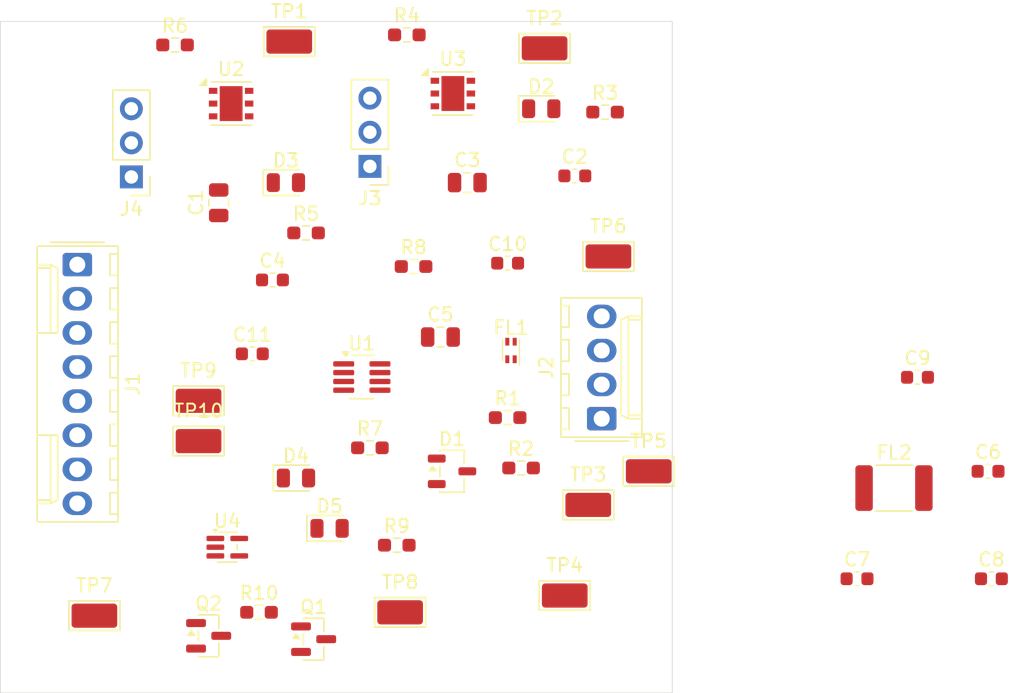
<source format=kicad_pcb>
(kicad_pcb (version 20241229) (generator "pcbnew") (generator_version "9.0")
  (layers (0 "F.Cu" signal) (2 "B.Cu" signal) (13 "F.Paste" user) (15 "B.Paste" user) (5 "F.SilkS" user "F.Silkscreen") (7 "B.SilkS" user "B.Silkscreen") (1 "F.Mask" user) (3 "B.Mask" user) (25 "Edge.Cuts" user))
  (net 0 "")
  (net 1 "GND")
  (net 2 "Net-(C1-Pad1)")
  (net 3 "+3.3V")
  (net 4 "VCC")
  (net 5 "+5V")
  (net 6 "Net-(U1-CANL)")
  (net 7 "Net-(U1-CANH)")
  (net 8 "/CAN-")
  (net 9 "/CAN+")
  (net 10 "Net-(D2-K)")
  (net 11 "Net-(D3-K)")
  (net 12 "Net-(D4-K)")
  (net 13 "Net-(D5-K)")
  (net 14 "/V-")
  (net 15 "/V+")
  (net 16 "/SILENT")
  (net 17 "Net-(J1-Pin_6)")
  (net 18 "/FAULT")
  (net 19 "Net-(J1-Pin_5)")
  (net 20 "Net-(J3-Pin_2)")
  (net 21 "Net-(J4-Pin_2)")
  (net 22 "Net-(Q1-D)")
  (net 23 "Net-(Q2-G)")
  (net 24 "Net-(Q2-D)")
  (net 25 "Net-(U3-EN)")
  (net 26 "Net-(U2-EN)")
  (footprint "LED_SMD:LED_0805_2012Metric" (layer "F.Cu") (at 146.5 86.75)
    (property "Reference" "D3" (at 0 -1.65 0) (layer "F.SilkS"))
    (property "Value" "LED")
    (fp_line (start -1.685 -0.96) (end -1.685 0.96) (stroke (width 0.12)) (layer "F.SilkS"))
    (fp_line (start -1.685 0.96) (end 1 0.96) (stroke (width 0.12)) (layer "F.SilkS"))
    (fp_line (start 1 -0.96) (end -1.685 -0.96) (stroke (width 0.12)) (layer "F.SilkS"))
    (pad "1" smd roundrect (at -0.9375 0) (size 0.975 1.4) (layers "F.Cu" "F.Mask" "F.Paste") (net 11 "Net-(D3-K)"))
    (pad "2" smd roundrect (at 0.9375 0) (size 0.975 1.4) (layers "F.Cu" "F.Mask" "F.Paste") (net 5 "+5V"))
  )
  (footprint "Capacitor_SMD:C_0603_1608Metric" (layer "F.Cu") (at 189 116.25)
    (property "Reference" "C7" (at 0 -1.43 0) (layer "F.SilkS"))
    (property "Value" "100pF")
    (fp_line (start -0.14058 -0.51) (end 0.14058 -0.51) (stroke (width 0.12)) (layer "F.SilkS"))
    (fp_line (start -0.14058 0.51) (end 0.14058 0.51) (stroke (width 0.12)) (layer "F.SilkS"))
    (pad "1" smd roundrect (at -0.775 0) (size 0.9 0.95) (layers "F.Cu" "F.Mask" "F.Paste") (net 1 "GND"))
    (pad "2" smd roundrect (at 0.775 0) (size 0.9 0.95) (layers "F.Cu" "F.Mask" "F.Paste") (net 7 "Net-(U1-CANH)"))
  )
  (footprint "Capacitor_SMD:C_0603_1608Metric" (layer "F.Cu") (at 198.75 108.25)
    (property "Reference" "C6" (at 0 -1.43 0) (layer "F.SilkS"))
    (property "Value" "100pF")
    (fp_line (start -0.14058 -0.51) (end 0.14058 -0.51) (stroke (width 0.12)) (layer "F.SilkS"))
    (fp_line (start -0.14058 0.51) (end 0.14058 0.51) (stroke (width 0.12)) (layer "F.SilkS"))
    (pad "1" smd roundrect (at -0.775 0) (size 0.9 0.95) (layers "F.Cu" "F.Mask" "F.Paste") (net 6 "Net-(U1-CANL)"))
    (pad "2" smd roundrect (at 0.775 0) (size 0.9 0.95) (layers "F.Cu" "F.Mask" "F.Paste") (net 1 "GND"))
  )
  (footprint "Capacitor_SMD:C_0805_2012Metric" (layer "F.Cu") (at 160 86.75)
    (property "Reference" "C3" (at 0 -1.68 0) (layer "F.SilkS"))
    (property "Value" "4.7uF 50V")
    (fp_line (start -0.261252 -0.735) (end 0.261252 -0.735) (stroke (width 0.12)) (layer "F.SilkS"))
    (fp_line (start -0.261252 0.735) (end 0.261252 0.735) (stroke (width 0.12)) (layer "F.SilkS"))
    (pad "1" smd roundrect (at -0.95 0) (size 1 1.45) (layers "F.Cu" "F.Mask" "F.Paste") (net 4 "VCC"))
    (pad "2" smd roundrect (at 0.95 0) (size 1 1.45) (layers "F.Cu" "F.Mask" "F.Paste") (net 1 "GND"))
  )
  (footprint "TestPoint:TestPoint_Keystone_5015_Micro_Mini" (layer "F.Cu") (at 169 110.75)
    (property "Reference" "TP3" (at 0 -2.25 0) (layer "F.SilkS"))
    (property "Value" "TestPoint_Alt")
    (fp_rect (start -1.9 -1.1) (end 1.9 1.1) (stroke (width 0.12)) (fill no) (layer "F.SilkS"))
    (pad "1" smd roundrect (at 0 0) (size 3.4 1.8) (layers "F.Cu" "F.Mask" "F.Paste") (roundrect_rratio 0.1388888889) (net 9 "/CAN+"))
  )
  (footprint "Capacitor_SMD:C_0603_1608Metric" (layer "F.Cu") (at 163 92.75)
    (property "Reference" "C10" (at 0 -1.43 0) (layer "F.SilkS"))
    (property "Value" "100nF")
    (fp_line (start -0.14058 -0.51) (end 0.14058 -0.51) (stroke (width 0.12)) (layer "F.SilkS"))
    (fp_line (start -0.14058 0.51) (end 0.14058 0.51) (stroke (width 0.12)) (layer "F.SilkS"))
    (pad "1" smd roundrect (at -0.775 0) (size 0.9 0.95) (layers "F.Cu" "F.Mask" "F.Paste") (net 3 "+3.3V"))
    (pad "2" smd roundrect (at 0.775 0) (size 0.9 0.95) (layers "F.Cu" "F.Mask" "F.Paste") (net 1 "GND"))
  )
  (footprint "Resistor_SMD:R_0603_1608Metric_Pad0.98x0.95mm_HandSolder" (layer "F.Cu") (at 148 90.5)
    (property "Reference" "R5" (at 0 -1.43 0) (layer "F.SilkS"))
    (property "Value" "R")
    (fp_line (start -0.254724 -0.5225) (end 0.254724 -0.5225) (stroke (width 0.12)) (layer "F.SilkS"))
    (fp_line (start -0.254724 0.5225) (end 0.254724 0.5225) (stroke (width 0.12)) (layer "F.SilkS"))
    (pad "1" smd roundrect (at -0.9125 0) (size 0.975 0.95) (layers "F.Cu" "F.Mask" "F.Paste") (net 11 "Net-(D3-K)"))
    (pad "2" smd roundrect (at 0.9125 0) (size 0.975 0.95) (layers "F.Cu" "F.Mask" "F.Paste") (net 1 "GND"))
  )
  (footprint "Package_TO_SOT_SMD:SOT-23-3" (layer "F.Cu") (at 158.8625 108.25)
    (property "Reference" "D1" (at 0 -2.4 0) (layer "F.SilkS"))
    (property "Value" "ESDA5V3L")
    (fp_line (start -0.91 -1.56) (end 0.91 -1.56) (stroke (width 0.12)) (layer "F.SilkS"))
    (fp_line (start -0.91 -1.51) (end -0.91 -1.56) (stroke (width 0.12)) (layer "F.SilkS"))
    (fp_line (start -0.91 0.39) (end -0.91 -0.39) (stroke (width 0.12)) (layer "F.SilkS"))
    (fp_line (start -0.91 1.56) (end -0.91 1.51) (stroke (width 0.12)) (layer "F.SilkS"))
    (fp_line (start 0.91 -1.56) (end 0.91 -0.56) (stroke (width 0.12)) (layer "F.SilkS"))
    (fp_line (start 0.91 0.56) (end 0.91 1.56) (stroke (width 0.12)) (layer "F.SilkS"))
    (fp_line (start 0.91 1.56) (end -0.91 1.56) (stroke (width 0.12)) (layer "F.SilkS"))
    (fp_poly (pts (xy -1.45 -0.38) (xy -1.21 -0.05) (xy -1.69 -0.05)) (stroke (width 0.12)) (fill yes) (layer "F.SilkS"))
    (pad "1" smd roundrect (at -1.1375 -0.95) (size 1.325 0.6) (layers "F.Cu" "F.Mask" "F.Paste") (net 9 "/CAN+"))
    (pad "2" smd roundrect (at -1.1375 0.95) (size 1.325 0.6) (layers "F.Cu" "F.Mask" "F.Paste") (net 8 "/CAN-"))
    (pad "3" smd roundrect (at 1.1375 0) (size 1.325 0.6) (layers "F.Cu" "F.Mask" "F.Paste") (net 1 "GND"))
  )
  (footprint "TestPoint:TestPoint_Keystone_5015_Micro_Mini" (layer "F.Cu") (at 165.75 76.75)
    (property "Reference" "TP2" (at 0 -2.25 0) (layer "F.SilkS"))
    (property "Value" "TestPoint_Alt")
    (fp_rect (start -1.9 -1.1) (end 1.9 1.1) (stroke (width 0.12)) (fill no) (layer "F.SilkS"))
    (pad "1" smd roundrect (at 0 0) (size 3.4 1.8) (layers "F.Cu" "F.Mask" "F.Paste") (roundrect_rratio 0.1388888889) (net 3 "+3.3V"))
  )
  (footprint "Resistor_SMD:R_0603_1608Metric_Pad0.98x0.95mm_HandSolder" (layer "F.Cu") (at 156 93)
    (property "Reference" "R8" (at 0 -1.43 0) (layer "F.SilkS"))
    (property "Value" "10k")
    (fp_line (start -0.254724 -0.5225) (end 0.254724 -0.5225) (stroke (width 0.12)) (layer "F.SilkS"))
    (fp_line (start -0.254724 0.5225) (end 0.254724 0.5225) (stroke (width 0.12)) (layer "F.SilkS"))
    (pad "1" smd roundrect (at -0.9125 0) (size 0.975 0.95) (layers "F.Cu" "F.Mask" "F.Paste") (net 16 "/SILENT"))
    (pad "2" smd roundrect (at 0.9125 0) (size 0.975 0.95) (layers "F.Cu" "F.Mask" "F.Paste") (net 1 "GND"))
  )
  (footprint "Inductor_SMD:L_CommonModeChoke_Coilcraft_0603USB" (layer "F.Cu") (at 163.25 99.25 180)
    (property "Reference" "FL1" (at 0 1.7 0) (layer "F.SilkS"))
    (property "Value" "0603USB-222")
    (fp_line (start 0.63 0.8) (end 0.63 -0.8) (stroke (width 0.1)) (layer "F.SilkS"))
    (fp_line (start -0.63 -1.1) (end -0.63 0.8) (stroke (width 0.1)) (layer "F.SilkS"))
    (pad "1" smd roundrect (at -0.275 -0.655 180) (size 0.3 0.58) (layers "F.Cu" "F.Mask" "F.Paste") (roundrect_rratio 0.05) (net 15 "/V+"))
    (pad "2" smd roundrect (at -0.275 0.655 180) (size 0.3 0.58) (layers "F.Cu" "F.Mask" "F.Paste") (roundrect_rratio 0.05) (net 4 "VCC"))
    (pad "3" smd roundrect (at 0.275 0.655 180) (size 0.3 0.58) (layers "F.Cu" "F.Mask" "F.Paste") (roundrect_rratio 0.05) (net 1 "GND"))
    (pad "4" smd roundrect (at 0.275 -0.655 180) (size 0.3 0.58) (layers "F.Cu" "F.Mask" "F.Paste") (roundrect_rratio 0.05) (net 14 "/V-"))
  )
  (footprint "Resistor_SMD:R_0603_1608Metric_Pad0.98x0.95mm_HandSolder" (layer "F.Cu") (at 164 108)
    (property "Reference" "R2" (at 0 -1.43 0) (layer "F.SilkS"))
    (property "Value" "60R")
    (fp_line (start -0.254724 -0.5225) (end 0.254724 -0.5225) (stroke (width 0.12)) (layer "F.SilkS"))
    (fp_line (start -0.254724 0.5225) (end 0.254724 0.5225) (stroke (width 0.12)) (layer "F.SilkS"))
    (pad "1" smd roundrect (at -0.9125 0) (size 0.975 0.95) (layers "F.Cu" "F.Mask" "F.Paste") (net 2 "Net-(C1-Pad1)"))
    (pad "2" smd roundrect (at 0.9125 0) (size 0.975 0.95) (layers "F.Cu" "F.Mask" "F.Paste") (net 8 "/CAN-"))
  )
  (footprint "TestPoint:TestPoint_Keystone_5015_Micro_Mini" (layer "F.Cu") (at 140 106)
    (property "Reference" "TP10" (at 0 -2.25 0) (layer "F.SilkS"))
    (property "Value" "TestPoint_Alt" (hide yes))
    (fp_rect (start -1.9 -1.1) (end 1.9 1.1) (stroke (width 0.12)) (fill no) (layer "F.SilkS"))
    (pad "1" smd roundrect (at 0 0) (size 3.4 1.8) (layers "F.Cu" "F.Mask" "F.Paste") (roundrect_rratio 0.1388888889) (net 17 "Net-(J1-Pin_6)"))
  )
  (footprint "Resistor_SMD:R_0603_1608Metric_Pad0.98x0.95mm_HandSolder" (layer "F.Cu") (at 163 104.25)
    (property "Reference" "R1" (at 0 -1.43 0) (layer "F.SilkS"))
    (property "Value" "60R")
    (fp_line (start -0.254724 -0.5225) (end 0.254724 -0.5225) (stroke (width 0.12)) (layer "F.SilkS"))
    (fp_line (start -0.254724 0.5225) (end 0.254724 0.5225) (stroke (width 0.12)) (layer "F.SilkS"))
    (pad "1" smd roundrect (at -0.9125 0) (size 0.975 0.95) (layers "F.Cu" "F.Mask" "F.Paste") (net 9 "/CAN+"))
    (pad "2" smd roundrect (at 0.9125 0) (size 0.975 0.95) (layers "F.Cu" "F.Mask" "F.Paste") (net 2 "Net-(C1-Pad1)"))
  )
  (footprint "LED_SMD:LED_0805_2012Metric" (layer "F.Cu") (at 149.75 112.5)
    (property "Reference" "D5" (at 0 -1.65 0) (layer "F.SilkS"))
    (property "Value" "LED")
    (fp_line (start -1.685 -0.96) (end -1.685 0.96) (stroke (width 0.12)) (layer "F.SilkS"))
    (fp_line (start -1.685 0.96) (end 1 0.96) (stroke (width 0.12)) (layer "F.SilkS"))
    (fp_line (start 1 -0.96) (end -1.685 -0.96) (stroke (width 0.12)) (layer "F.SilkS"))
    (pad "1" smd roundrect (at -0.9375 0) (size 0.975 1.4) (layers "F.Cu" "F.Mask" "F.Paste") (net 13 "Net-(D5-K)"))
    (pad "2" smd roundrect (at 0.9375 0) (size 0.975 1.4) (layers "F.Cu" "F.Mask" "F.Paste") (net 3 "+3.3V"))
  )
  (footprint "TestPoint:TestPoint_Keystone_5015_Micro_Mini" (layer "F.Cu") (at 132.25 119)
    (property "Reference" "TP7" (at 0 -2.25 0) (layer "F.SilkS"))
    (property "Value" "TestPoint_Alt")
    (fp_rect (start -1.9 -1.1) (end 1.9 1.1) (stroke (width 0.12)) (fill no) (layer "F.SilkS"))
    (pad "1" smd roundrect (at 0 0) (size 3.4 1.8) (layers "F.Cu" "F.Mask" "F.Paste") (roundrect_rratio 0.1388888889) (net 18 "/FAULT"))
  )
  (footprint "Package_TO_SOT_SMD:SOT-23" (layer "F.Cu") (at 140.75 120.5)
    (property "Reference" "Q2" (at 0 -2.4 0) (layer "F.SilkS"))
    (property "Value" "2N7002")
    (fp_line (start -0.76 -1.56) (end 0.76 -1.56) (stroke (width 0.12)) (layer "F.SilkS"))
    (fp_line (start -0.76 -1.51) (end -0.76 -1.56) (stroke (width 0.12)) (layer "F.SilkS"))
    (fp_line (start -0.76 0.39) (end -0.76 -0.39) (stroke (width 0.12)) (layer "F.SilkS"))
    (fp_line (start -0.76 1.56) (end -0.76 1.51) (stroke (width 0.12)) (layer "F.SilkS"))
    (fp_line (start 0.76 -1.56) (end 0.76 -0.56) (stroke (width 0.12)) (layer "F.SilkS"))
    (fp_line (start 0.76 0.56) (end 0.76 1.56) (stroke (width 0.12)) (layer "F.SilkS"))
    (fp_line (start 0.76 1.56) (end -0.76 1.56) (stroke (width 0.12)) (layer "F.SilkS"))
    (fp_poly (pts (xy -1.3 -0.38) (xy -1.06 -0.05) (xy -1.54 -0.05)) (stroke (width 0.12)) (fill yes) (layer "F.SilkS"))
    (pad "1" smd roundrect (at -0.9375 -0.95) (size 1.475 0.6) (layers "F.Cu" "F.Mask" "F.Paste") (net 23 "Net-(Q2-G)"))
    (pad "2" smd roundrect (at -0.9375 0.95) (size 1.475 0.6) (layers "F.Cu" "F.Mask" "F.Paste") (net 1 "GND"))
    (pad "3" smd roundrect (at 0.9375 0) (size 1.475 0.6) (layers "F.Cu" "F.Mask" "F.Paste") (net 24 "Net-(Q2-D)"))
  )
  (footprint "Capacitor_SMD:C_0603_1608Metric" (layer "F.Cu") (at 199 116.25)
    (property "Reference" "C8" (at 0 -1.43 0) (layer "F.SilkS"))
    (property "Value" "100pF")
    (fp_line (start -0.14058 -0.51) (end 0.14058 -0.51) (stroke (width 0.12)) (layer "F.SilkS"))
    (fp_line (start -0.14058 0.51) (end 0.14058 0.51) (stroke (width 0.12)) (layer "F.SilkS"))
    (pad "1" smd roundrect (at -0.775 0) (size 0.9 0.95) (layers "F.Cu" "F.Mask" "F.Paste") (net 8 "/CAN-"))
    (pad "2" smd roundrect (at 0.775 0) (size 0.9 0.95) (layers "F.Cu" "F.Mask" "F.Paste") (net 1 "GND"))
  )
  (footprint "Resistor_SMD:R_0603_1608Metric_Pad0.98x0.95mm_HandSolder" (layer "F.Cu") (at 155.5 75.75)
    (property "Reference" "R4" (at 0 -1.43 0) (layer "F.SilkS"))
    (property "Value" "10k")
    (fp_line (start -0.254724 -0.5225) (end 0.254724 -0.5225) (stroke (width 0.12)) (layer "F.SilkS"))
    (fp_line (start -0.254724 0.5225) (end 0.254724 0.5225) (stroke (width 0.12)) (layer "F.SilkS"))
    (pad "1" smd roundrect (at -0.9125 0) (size 0.975 0.95) (layers "F.Cu" "F.Mask" "F.Paste") (net 25 "Net-(U3-EN)"))
    (pad "2" smd roundrect (at 0.9125 0) (size 0.975 0.95) (layers "F.Cu" "F.Mask" "F.Paste") (net 20 "Net-(J3-Pin_2)"))
  )
  (footprint "LED_SMD:LED_0805_2012Metric" (layer "F.Cu") (at 165.5 81.25)
    (property "Reference" "D2" (at 0 -1.65 0) (layer "F.SilkS"))
    (property "Value" "LED")
    (fp_line (start -1.685 -0.96) (end -1.685 0.96) (stroke (width 0.12)) (layer "F.SilkS"))
    (fp_line (start -1.685 0.96) (end 1 0.96) (stroke (width 0.12)) (layer "F.SilkS"))
    (fp_line (start 1 -0.96) (end -1.685 -0.96) (stroke (width 0.12)) (layer "F.SilkS"))
    (pad "1" smd roundrect (at -0.9375 0) (size 0.975 1.4) (layers "F.Cu" "F.Mask" "F.Paste") (net 10 "Net-(D2-K)"))
    (pad "2" smd roundrect (at 0.9375 0) (size 0.975 1.4) (layers "F.Cu" "F.Mask" "F.Paste") (net 3 "+3.3V"))
  )
  (footprint "Capacitor_SMD:C_0805_2012Metric" (layer "F.Cu") (at 158 98.25)
    (property "Reference" "C5" (at 0 -1.68 0) (layer "F.SilkS"))
    (property "Value" "4.7uF 50V")
    (fp_line (start -0.261252 -0.735) (end 0.261252 -0.735) (stroke (width 0.12)) (layer "F.SilkS"))
    (fp_line (start -0.261252 0.735) (end 0.261252 0.735) (stroke (width 0.12)) (layer "F.SilkS"))
    (pad "1" smd roundrect (at -0.95 0) (size 1 1.45) (layers "F.Cu" "F.Mask" "F.Paste") (net 4 "VCC"))
    (pad "2" smd roundrect (at 0.95 0) (size 1 1.45) (layers "F.Cu" "F.Mask" "F.Paste") (net 1 "GND"))
  )
  (footprint "Package_DFN_QFN:DFN-6-1EP_3x3mm_P0.95mm_EP1.7x2.6mm" (layer "F.Cu") (at 158.925 80.116)
    (property "Reference" "U3" (at 0 -2.575 0) (layer "F.SilkS"))
    (property "Value" "LDO40LPU33RY")
    (fp_line (start -1.5 -1.61) (end 1.5 -1.61) (stroke (width 0.12)) (layer "F.SilkS"))
    (fp_line (start -1.5 1.61) (end 1.5 1.61) (stroke (width 0.12)) (layer "F.SilkS"))
    (fp_poly (pts (xy -1.84 -1.36) (xy -2.32 -1.36) (xy -1.84 -1.84) (xy -1.84 -1.36)) (stroke (width 0.12)) (fill yes) (layer "F.SilkS"))
    (pad "1" smd rect (at -1.34 -0.95) (size 0.63 0.45) (layers "F.Cu" "F.Mask" "F.Paste") (net 1 "GND"))
    (pad "2" smd rect (at -1.34 0) (size 0.63 0.45) (layers "F.Cu" "F.Mask" "F.Paste") (net 25 "Net-(U3-EN)"))
    (pad "3" smd rect (at -1.34 0.95) (size 0.63 0.45) (layers "F.Cu" "F.Mask" "F.Paste") (net 4 "VCC"))
    (pad "4" smd rect (at 1.34 0.95) (size 0.63 0.45) (layers "F.Cu" "F.Mask" "F.Paste") (net 3 "+3.3V"))
    (pad "5" smd rect (at 1.34 0) (size 0.63 0.45) (layers "F.Cu" "F.Mask" "F.Paste") (net 3 "+3.3V"))
    (pad "6" smd rect (at 1.34 -0.95) (size 0.63 0.45) (layers "F.Cu" "F.Mask" "F.Paste"))
    (pad "7" smd rect (at 0 0) (size 1.7 2.6) (layers "F.Cu" "F.Mask") (net 1 "GND"))
  )
  (footprint "Capacitor_SMD:C_0603_1608Metric" (layer "F.Cu") (at 193.5 101.25)
    (property "Reference" "C9" (at 0 -1.43 0) (layer "F.SilkS"))
    (property "Value" "100pF")
    (fp_line (start -0.14058 -0.51) (end 0.14058 -0.51) (stroke (width 0.12)) (layer "F.SilkS"))
    (fp_line (start -0.14058 0.51) (end 0.14058 0.51) (stroke (width 0.12)) (layer "F.SilkS"))
    (pad "1" smd roundrect (at -0.775 0) (size 0.9 0.95) (layers "F.Cu" "F.Mask" "F.Paste") (net 1 "GND"))
    (pad "2" smd roundrect (at 0.775 0) (size 0.9 0.95) (layers "F.Cu" "F.Mask" "F.Paste") (net 9 "/CAN+"))
  )
  (footprint "TestPoint:TestPoint_Keystone_5015_Micro_Mini" (layer "F.Cu") (at 170.5 92.25)
    (property "Reference" "TP6" (at 0 -2.25 0) (layer "F.SilkS"))
    (property "Value" "TestPoint_Alt")
    (fp_rect (start -1.9 -1.1) (end 1.9 1.1) (stroke (width 0.12)) (fill no) (layer "F.SilkS"))
    (pad "1" smd roundrect (at 0 0) (size 3.4 1.8) (layers "F.Cu" "F.Mask" "F.Paste") (roundrect_rratio 0.1388888889) (net 14 "/V-"))
  )
  (footprint "Capacitor_SMD:C_0805_2012Metric" (layer "F.Cu") (at 141.5 88.25 90)
    (property "Reference" "C1" (at 0 -1.68 90) (layer "F.SilkS"))
    (property "Value" "4.7nF 50V")
    (fp_line (start -0.261252 -0.735) (end 0.261252 -0.735) (stroke (width 0.12)) (layer "F.SilkS"))
    (fp_line (start -0.261252 0.735) (end 0.261252 0.735) (stroke (width 0.12)) (layer "F.SilkS"))
    (pad "1" smd roundrect (at -0.95 0 90) (size 1 1.45) (layers "F.Cu" "F.Mask" "F.Paste") (net 2 "Net-(C1-Pad1)"))
    (pad "2" smd roundrect (at 0.95 0 90) (size 1 1.45) (layers "F.Cu" "F.Mask" "F.Paste") (net 1 "GND"))
  )
  (footprint "Connector_PinHeader_2.54mm:PinHeader_1x03_P2.54mm_Vertical" (layer "F.Cu") (at 152.75 85.54 180)
    (property "Reference" "J3" (at 0 -2.38 0) (layer "F.SilkS"))
    (property "Value" "Conn_01x03_Pin")
    (fp_line (start 1.38 1.27) (end 1.38 6.46) (stroke (width 0.12)) (layer "F.SilkS"))
    (fp_line (start -1.38 6.46) (end 1.38 6.46) (stroke (width 0.12)) (layer "F.SilkS"))
    (fp_line (start -1.38 1.27) (end 1.38 1.27) (stroke (width 0.12)) (layer "F.SilkS"))
    (fp_line (start -1.38 1.27) (end -1.38 6.46) (stroke (width 0.12)) (layer "F.SilkS"))
    (fp_line (start -1.38 0) (end -1.38 -1.38) (stroke (width 0.12)) (layer "F.SilkS"))
    (fp_line (start -1.38 -1.38) (end 0 -1.38) (stroke (width 0.12)) (layer "F.SilkS"))
    (pad "1" thru_hole rect (at 0 0 180) (size 1.7 1.7) (drill 1) (layers "*.Cu" "*.Mask") (net 4 "VCC"))
    (pad "2" thru_hole circle (at 0 2.54 180) (size 1.7 1.7) (drill 1) (layers "*.Cu" "*.Mask") (net 20 "Net-(J3-Pin_2)"))
    (pad "3" thru_hole circle (at 0 5.08 180) (size 1.7 1.7) (drill 1) (layers "*.Cu" "*.Mask") (net 1 "GND"))
  )
  (footprint "Package_TO_SOT_SMD:SOT-353_SC-70-5" (layer "F.Cu") (at 142.1375 113.9)
    (property "Reference" "U4" (at 0 -1.95 0) (layer "F.SilkS"))
    (property "Value" "74AHC1G04")
    (fp_line (start -0.599252 -1.11) (end 0.735 -1.11) (stroke (width 0.12)) (layer "F.SilkS"))
    (fp_line (start 0.735 -0.19) (end 0.735 0.19) (stroke (width 0.12)) (layer "F.SilkS"))
    (fp_line (start 0.735 1.11) (end -0.735 1.11) (stroke (width 0.12)) (layer "F.SilkS"))
    (fp_poly (pts (xy -0.89 -1.12) (xy -1.03 -1.31) (xy -0.75 -1.31)) (stroke (width 0.12)) (fill yes) (layer "F.SilkS"))
    (pad "1" smd roundrect (at -0.8875 -0.65) (size 1.325 0.4) (layers "F.Cu" "F.Mask" "F.Paste"))
    (pad "2" smd roundrect (at -0.8875 0) (size 1.325 0.4) (layers "F.Cu" "F.Mask" "F.Paste") (net 18 "/FAULT"))
    (pad "3" smd roundrect (at -0.8875 0.65) (size 1.325 0.4) (layers "F.Cu" "F.Mask" "F.Paste") (net 1 "GND"))
    (pad "4" smd roundrect (at 0.8875 0.65) (size 1.325 0.4) (layers "F.Cu" "F.Mask" "F.Paste") (net 23 "Net-(Q2-G)"))
    (pad "5" smd roundrect (at 0.8875 -0.65) (size 1.325 0.4) (layers "F.Cu" "F.Mask" "F.Paste") (net 3 "+3.3V"))
  )
  (footprint "Package_DFN_QFN:DFN-6-1EP_3x3mm_P0.95mm_EP1.7x2.6mm" (layer "F.Cu") (at 142.425 80.866)
    (property "Reference" "U2" (at 0 -2.575 0) (layer "F.SilkS"))
    (property "Value" "LDO40LPU50RY")
    (fp_line (start -1.5 -1.61) (end 1.5 -1.61) (stroke (width 0.12)) (layer "F.SilkS"))
    (fp_line (start -1.5 1.61) (end 1.5 1.61) (stroke (width 0.12)) (layer "F.SilkS"))
    (fp_poly (pts (xy -1.84 -1.36) (xy -2.32 -1.36) (xy -1.84 -1.84) (xy -1.84 -1.36)) (stroke (width 0.12)) (fill yes) (layer "F.SilkS"))
    (pad "1" smd rect (at -1.34 -0.95) (size 0.63 0.45) (layers "F.Cu" "F.Mask" "F.Paste") (net 1 "GND"))
    (pad "2" smd rect (at -1.34 0) (size 0.63 0.45) (layers "F.Cu" "F.Mask" "F.Paste") (net 26 "Net-(U2-EN)"))
    (pad "3" smd rect (at -1.34 0.95) (size 0.63 0.45) (layers "F.Cu" "F.Mask" "F.Paste") (net 4 "VCC"))
    (pad "4" smd rect (at 1.34 0.95) (size 0.63 0.45) (layers "F.Cu" "F.Mask" "F.Paste") (net 5 "+5V"))
    (pad "5" smd rect (at 1.34 0) (size 0.63 0.45) (layers "F.Cu" "F.Mask" "F.Paste") (net 5 "+5V"))
    (pad "6" smd rect (at 1.34 -0.95) (size 0.63 0.45) (layers "F.Cu" "F.Mask" "F.Paste"))
    (pad "7" smd rect (at 0 0) (size 1.7 2.6) (layers "F.Cu" "F.Mask") (net 1 "GND"))
  )
  (footprint "Resistor_SMD:R_0603_1608Metric_Pad0.98x0.95mm_HandSolder" (layer "F.Cu") (at 154.75 113.75)
    (property "Reference" "R9" (at 0 -1.43 0) (layer "F.SilkS"))
    (property "Value" "R")
    (fp_line (start -0.254724 -0.5225) (end 0.254724 -0.5225) (stroke (width 0.12)) (layer "F.SilkS"))
    (fp_line (start -0.254724 0.5225) (end 0.254724 0.5225) (stroke (width 0.12)) (layer "F.SilkS"))
    (pad "1" smd roundrect (at -0.9125 0) (size 0.975 0.95) (layers "F.Cu" "F.Mask" "F.Paste") (net 12 "Net-(D4-K)"))
    (pad "2" smd roundrect (at 0.9125 0) (size 0.975 0.95) (layers "F.Cu" "F.Mask" "F.Paste") (net 22 "Net-(Q1-D)"))
  )
  (footprint "LED_SMD:LED_0805_2012Metric" (layer "F.Cu") (at 147.25 108.75)
    (property "Reference" "D4" (at 0 -1.65 0) (layer "F.SilkS"))
    (property "Value" "LED")
    (fp_line (start -1.685 -0.96) (end -1.685 0.96) (stroke (width 0.12)) (layer "F.SilkS"))
    (fp_line (start -1.685 0.96) (end 1 0.96) (stroke (width 0.12)) (layer "F.SilkS"))
    (fp_line (start 1 -0.96) (end -1.685 -0.96) (stroke (width 0.12)) (layer "F.SilkS"))
    (pad "1" smd roundrect (at -0.9375 0) (size 0.975 1.4) (layers "F.Cu" "F.Mask" "F.Paste") (net 12 "Net-(D4-K)"))
    (pad "2" smd roundrect (at 0.9375 0) (size 0.975 1.4) (layers "F.Cu" "F.Mask" "F.Paste") (net 3 "+3.3V"))
  )
  (footprint "Connector_Molex:Molex_KK-254_AE-6410-08A_1x08_P2.54mm_Vertical" (layer "F.Cu") (at 130.98 92.86 -90)
    (property "Reference" "J1" (at 8.89 -4.12 90) (layer "F.SilkS"))
    (property "Value" "Conn_01x08_Pin")
    (fp_line (start 0 2.99) (end 0 1.99) (stroke (width 0.12)) (layer "F.SilkS"))
    (fp_line (start 0.25 2.99) (end 0.25 1.99) (stroke (width 0.12)) (layer "F.SilkS"))
    (fp_line (start 17.53 2.99) (end 17.53 1.99) (stroke (width 0.12)) (layer "F.SilkS"))
    (fp_line (start 17.78 2.99) (end 17.78 1.99) (stroke (width 0.12)) (layer "F.SilkS"))
    (fp_line (start 0 1.99) (end 5.08 1.99) (stroke (width 0.12)) (layer "F.SilkS"))
    (fp_line (start 0 1.99) (end 0.25 1.46) (stroke (width 0.12)) (layer "F.SilkS"))
    (fp_line (start 5.08 1.99) (end 5.08 2.99) (stroke (width 0.12)) (layer "F.SilkS"))
    (fp_line (start 12.7 1.99) (end 12.7 2.99) (stroke (width 0.12)) (layer "F.SilkS"))
    (fp_line (start 17.78 1.99) (end 12.7 1.99) (stroke (width 0.12)) (layer "F.SilkS"))
    (fp_line (start 17.78 1.99) (end 17.53 1.46) (stroke (width 0.12)) (layer "F.SilkS"))
    (fp_line (start 0.25 1.46) (end 5.08 1.46) (stroke (width 0.12)) (layer "F.SilkS"))
    (fp_line (start 5.08 1.46) (end 5.08 1.99) (stroke (width 0.12)) (layer "F.SilkS"))
    (fp_line (start 12.7 1.46) (end 12.7 1.99) (stroke (width 0.12)) (layer "F.SilkS"))
    (fp_line (start 17.53 1.46) (end 12.7 1.46) (stroke (width 0.12)) (layer "F.SilkS"))
    (fp_line (start -1.67 -2) (end -1.67 2) (stroke (width 0.12)) (layer "F.SilkS"))
    (fp_line (start -0.8 -2.43) (end 0.8 -2.43) (stroke (width 0.12)) (layer "F.SilkS"))
    (fp_line (start 0.8 -2.43) (end 0.8 -3.03) (stroke (width 0.12)) (layer "F.SilkS"))
    (fp_line (start 1.74 -2.43) (end 3.34 -2.43) (stroke (width 0.12)) (layer "F.SilkS"))
    (fp_line (start 3.34 -2.43) (end 3.34 -3.03) (stroke (width 0.12)) (layer "F.SilkS"))
    (fp_line (start 4.28 -2.43) (end 5.88 -2.43) (stroke (width 0.12)) (layer "F.SilkS"))
    (fp_line (start 5.88 -2.43) (end 5.88 -3.03) (stroke (width 0.12)) (layer "F.SilkS"))
    (fp_line (start 6.82 -2.43) (end 8.42 -2.43) (stroke (width 0.12)) (layer "F.SilkS"))
    (fp_line (start 8.42 -2.43) (end 8.42 -3.03) (stroke (width 0.12)) (layer "F.SilkS"))
    (fp_line (start 9.36 -2.43) (end 10.96 -2.43) (stroke (width 0.12)) (layer "F.SilkS"))
    (fp_line (start 10.96 -2.43) (end 10.96 -3.03) (stroke (width 0.12)) (layer "F.SilkS"))
    (fp_line (start 11.9 -2.43) (end 13.5 -2.43) (stroke (width 0.12)) (layer "F.SilkS"))
    (fp_line (start 13.5 -2.43) (end 13.5 -3.03) (stroke (width 0.12)) (layer "F.SilkS"))
    (fp_line (start 14.44 -2.43) (end 16.04 -2.43) (stroke (width 0.12)) (layer "F.SilkS"))
    (fp_line (start 16.04 -2.43) (end 16.04 -3.03) (stroke (width 0.12)) (layer "F.SilkS"))
    (fp_line (start 16.98 -2.43) (end 18.58 -2.43) (stroke (width 0.12)) (layer "F.SilkS"))
    (fp_line (start 18.58 -2.43) (end 18.58 -3.03) (stroke (width 0.12)) (layer "F.SilkS"))
    (fp_line (start -0.8 -3.03) (end -0.8 -2.43) (stroke (width 0.12)) (layer "F.SilkS"))
    (fp_line (start 1.74 -3.03) (end 1.74 -2.43) (stroke (width 0.12)) (layer "F.SilkS"))
    (fp_line (start 4.28 -3.03) (end 4.28 -2.43) (stroke (width 0.12)) (layer "F.SilkS"))
    (fp_line (start 6.82 -3.03) (end 6.82 -2.43) (stroke (width 0.12)) (layer "F.SilkS"))
    (fp_line (start 9.36 -3.03) (end 9.36 -2.43) (stroke (width 0.12)) (layer "F.SilkS"))
    (fp_line (start 11.9 -3.03) (end 11.9 -2.43) (stroke (width 0.12)) (layer "F.SilkS"))
    (fp_line (start 14.44 -3.03) (end 14.44 -2.43) (stroke (width 0.12)) (layer "F.SilkS"))
    (fp_line (start 16.98 -3.03) (end 16.98 -2.43) (stroke (width 0.12)) (layer "F.SilkS"))
    (fp_rect (start -1.38 -3.03) (end 19.16 2.99) (stroke (width 0.12)) (fill no) (layer "F.SilkS"))
    (pad "1" thru_hole roundrect (at 0 0 270) (size 1.74 2.19) (drill 1.19) (layers "*.Cu" "*.Mask") (roundrect_rratio 0.143678) (net 5 "+5V"))
    (pad "2" thru_hole oval (at 2.54 0 270) (size 1.74 2.19) (drill 1.19) (layers "*.Cu" "*.Mask") (net 1 "GND"))
    (pad "3" thru_hole oval (at 5.08 0 270) (size 1.74 2.19) (drill 1.19) (layers "*.Cu" "*.Mask") (net 3 "+3.3V"))
    (pad "4" thru_hole oval (at 7.62 0 270) (size 1.74 2.19) (drill 1.19) (layers "*.Cu" "*.Mask") (net 1 "GND"))
    (pad "5" thru_hole oval (at 10.16 0 270) (size 1.74 2.19) (drill 1.19) (layers "*.Cu" "*.Mask") (net 19 "Net-(J1-Pin_5)"))
    (pad "6" thru_hole oval (at 12.7 0 270) (size 1.74 2.19) (drill 1.19) (layers "*.Cu" "*.Mask") (net 17 "Net-(J1-Pin_6)"))
    (pad "7" thru_hole oval (at 15.24 0 270) (size 1.74 2.19) (drill 1.19) (layers "*.Cu" "*.Mask") (net 18 "/FAULT"))
    (pad "8" thru_hole oval (at 17.78 0 270) (size 1.74 2.19) (drill 1.19) (layers "*.Cu" "*.Mask") (net 16 "/SILENT"))
  )
  (footprint "Connector_Molex:Molex_KK-254_AE-6410-04A_1x04_P2.54mm_Vertical" (layer "F.Cu") (at 170 104.33 90)
    (property "Reference" "J2" (at 3.81 -4.12 90) (layer "F.SilkS"))
    (property "Value" "Conn_01x04_Pin")
    (fp_line (start 6.82 -3.03) (end 6.82 -2.43) (stroke (width 0.12)) (layer "F.SilkS"))
    (fp_line (start 4.28 -3.03) (end 4.28 -2.43) (stroke (width 0.12)) (layer "F.SilkS"))
    (fp_line (start 1.74 -3.03) (end 1.74 -2.43) (stroke (width 0.12)) (layer "F.SilkS"))
    (fp_line (start -0.8 -3.03) (end -0.8 -2.43) (stroke (width 0.12)) (layer "F.SilkS"))
    (fp_line (start 8.42 -2.43) (end 8.42 -3.03) (stroke (width 0.12)) (layer "F.SilkS"))
    (fp_line (start 6.82 -2.43) (end 8.42 -2.43) (stroke (width 0.12)) (layer "F.SilkS"))
    (fp_line (start 5.88 -2.43) (end 5.88 -3.03) (stroke (width 0.12)) (layer "F.SilkS"))
    (fp_line (start 4.28 -2.43) (end 5.88 -2.43) (stroke (width 0.12)) (layer "F.SilkS"))
    (fp_line (start 3.34 -2.43) (end 3.34 -3.03) (stroke (width 0.12)) (layer "F.SilkS"))
    (fp_line (start 1.74 -2.43) (end 3.34 -2.43) (stroke (width 0.12)) (layer "F.SilkS"))
    (fp_line (start 0.8 -2.43) (end 0.8 -3.03) (stroke (width 0.12)) (layer "F.SilkS"))
    (fp_line (start -0.8 -2.43) (end 0.8 -2.43) (stroke (width 0.12)) (layer "F.SilkS"))
    (fp_line (start -1.67 -2) (end -1.67 2) (stroke (width 0.12)) (layer "F.SilkS"))
    (fp_line (start 7.37 1.46) (end 7.62 1.99) (stroke (width 0.12)) (layer "F.SilkS"))
    (fp_line (start 0.25 1.46) (end 7.37 1.46) (stroke (width 0.12)) (layer "F.SilkS"))
    (fp_line (start 7.62 1.99) (end 7.62 2.99) (stroke (width 0.12)) (layer "F.SilkS"))
    (fp_line (start 0 1.99) (end 0.25 1.46) (stroke (width 0.12)) (layer "F.SilkS"))
    (fp_line (start 0 1.99) (end 7.62 1.99) (stroke (width 0.12)) (layer "F.SilkS"))
    (fp_line (start 7.37 2.99) (end 7.37 1.99) (stroke (width 0.12)) (layer "F.SilkS"))
    (fp_line (start 0.25 2.99) (end 0.25 1.99) (stroke (width 0.12)) (layer "F.SilkS"))
    (fp_line (start 0 2.99) (end 0 1.99) (stroke (width 0.12)) (layer "F.SilkS"))
    (fp_rect (start -1.38 -3.03) (end 9 2.99) (stroke (width 0.12)) (fill no) (layer "F.SilkS"))
    (pad "1" thru_hole roundrect (at 0 0 90) (size 1.74 2.19) (drill 1.19) (layers "*.Cu" "*.Mask") (roundrect_rratio 0.143678) (net 15 "/V+"))
    (pad "2" thru_hole oval (at 2.54 0 90) (size 1.74 2.19) (drill 1.19) (layers "*.Cu" "*.Mask") (net 9 "/CAN+"))
    (pad "3" thru_hole oval (at 5.08 0 90) (size 1.74 2.19) (drill 1.19) (layers "*.Cu" "*.Mask") (net 8 "/CAN-"))
    (pad "4" thru_hole oval (at 7.62 0 90) (size 1.74 2.19) (drill 1.19) (layers "*.Cu" "*.Mask") (net 14 "/V-"))
  )
  (footprint "TestPoint:TestPoint_Keystone_5015_Micro_Mini" (layer "F.Cu") (at 140 103)
    (property "Reference" "TP9" (at 0 -2.25 0) (layer "F.SilkS"))
    (property "Value" "TestPoint_Alt" (hide yes))
    (fp_rect (start -1.9 -1.1) (end 1.9 1.1) (stroke (width 0.12)) (fill no) (layer "F.SilkS"))
    (pad "1" smd roundrect (at 0 0) (size 3.4 1.8) (layers "F.Cu" "F.Mask" "F.Paste") (roundrect_rratio 0.1388888889) (net 19 "Net-(J1-Pin_5)"))
  )
  (footprint "Package_TO_SOT_SMD:SOT-23-8_Handsoldering" (layer "F.Cu") (at 152.15 101.23)
    (property "Reference" "U1" (at 0 -2.5 0) (layer "F.SilkS"))
    (property "Value" "TCAN337G")
    (fp_line (start -0.9 1.61) (end 0.9 1.61) (stroke (width 0.12)) (layer "F.SilkS"))
    (fp_line (start 0.1 -1.61) (end -0.7 -1.61) (stroke (width 0.12)) (layer "F.SilkS"))
    (fp_line (start 0.1 -1.61) (end 0.9 -1.61) (stroke (width 0.12)) (layer "F.SilkS"))
    (fp_poly (pts (xy -1.2 -1.535) (xy -1.44 -1.865) (xy -0.96 -1.865) (xy -1.2 -1.535)) (stroke (width 0.12)) (fill yes) (layer "F.SilkS"))
    (pad "1" smd roundrect (at -1.35 -0.98) (size 1.56 0.4) (layers "F.Cu" "F.Mask" "F.Paste") (net 19 "Net-(J1-Pin_5)"))
    (pad "2" smd roundrect (at -1.35 -0.33) (size 1.56 0.4) (layers "F.Cu" "F.Mask" "F.Paste") (net 1 "GND"))
    (pad "3" smd roundrect (at -1.35 0.33) (size 1.56 0.4) (layers "F.Cu" "F.Mask" "F.Paste") (net 3 "+3.3V"))
    (pad "4" smd roundrect (at -1.35 0.98) (size 1.56 0.4) (layers "F.Cu" "F.Mask" "F.Paste") (net 17 "Net-(J1-Pin_6)"))
    (pad "5" smd roundrect (at 1.35 0.98) (size 1.56 0.4) (layers "F.Cu" "F.Mask" "F.Paste") (net 18 "/FAULT"))
    (pad "6" smd roundrect (at 1.35 0.33) (size 1.56 0.4) (layers "F.Cu" "F.Mask" "F.Paste") (net 6 "Net-(U1-CANL)"))
    (pad "7" smd roundrect (at 1.35 -0.33) (size 1.56 0.4) (layers "F.Cu" "F.Mask" "F.Paste") (net 7 "Net-(U1-CANH)"))
    (pad "8" smd roundrect (at 1.35 -0.98) (size 1.56 0.4) (layers "F.Cu" "F.Mask" "F.Paste") (net 16 "/SILENT"))
  )
  (footprint "TestPoint:TestPoint_Keystone_5015_Micro_Mini" (layer "F.Cu") (at 155 118.75)
    (property "Reference" "TP8" (at 0 -2.25 0) (layer "F.SilkS"))
    (property "Value" "TestPoint_Alt")
    (fp_rect (start -1.9 -1.1) (end 1.9 1.1) (stroke (width 0.12)) (fill no) (layer "F.SilkS"))
    (pad "1" smd roundrect (at 0 0) (size 3.4 1.8) (layers "F.Cu" "F.Mask" "F.Paste") (roundrect_rratio 0.1388888889) (net 16 "/SILENT"))
  )
  (footprint "Capacitor_SMD:C_0603_1608Metric" (layer "F.Cu") (at 168 86.25)
    (property "Reference" "C2" (at 0 -1.43 0) (layer "F.SilkS"))
    (property "Value" "4.7uF 16V")
    (fp_line (start -0.14058 -0.51) (end 0.14058 -0.51) (stroke (width 0.12)) (layer "F.SilkS"))
    (fp_line (start -0.14058 0.51) (end 0.14058 0.51) (stroke (width 0.12)) (layer "F.SilkS"))
    (pad "1" smd roundrect (at -0.775 0) (size 0.9 0.95) (layers "F.Cu" "F.Mask" "F.Paste") (net 3 "+3.3V"))
    (pad "2" smd roundrect (at 0.775 0) (size 0.9 0.95) (layers "F.Cu" "F.Mask" "F.Paste") (net 1 "GND"))
  )
  (footprint "Capacitor_SMD:C_0603_1608Metric" (layer "F.Cu") (at 144 99.5)
    (property "Reference" "C11" (at 0 -1.43 0) (layer "F.SilkS"))
    (property "Value" "100nF")
    (fp_line (start -0.14058 -0.51) (end 0.14058 -0.51) (stroke (width 0.12)) (layer "F.SilkS"))
    (fp_line (start -0.14058 0.51) (end 0.14058 0.51) (stroke (width 0.12)) (layer "F.SilkS"))
    (pad "1" smd roundrect (at -0.775 0) (size 0.9 0.95) (layers "F.Cu" "F.Mask" "F.Paste") (net 3 "+3.3V"))
    (pad "2" smd roundrect (at 0.775 0) (size 0.9 0.95) (layers "F.Cu" "F.Mask" "F.Paste") (net 1 "GND"))
  )
  (footprint "Resistor_SMD:R_0603_1608Metric_Pad0.98x0.95mm_HandSolder" (layer "F.Cu") (at 152.75 106.5)
    (property "Reference" "R7" (at 0 -1.43 0) (layer "F.SilkS"))
    (property "Value" "10k")
    (fp_line (start -0.254724 -0.5225) (end 0.254724 -0.5225) (stroke (width 0.12)) (layer "F.SilkS"))
    (fp_line (start -0.254724 0.5225) (end 0.254724 0.5225) (stroke (width 0.12)) (layer "F.SilkS"))
    (pad "1" smd roundrect (at -0.9125 0) (size 0.975 0.95) (layers "F.Cu" "F.Mask" "F.Paste") (net 3 "+3.3V"))
    (pad "2" smd roundrect (at 0.9125 0) (size 0.975 0.95) (layers "F.Cu" "F.Mask" "F.Paste") (net 18 "/FAULT"))
  )
  (footprint "Package_TO_SOT_SMD:SOT-23" (layer "F.Cu") (at 148.5625 120.75)
    (property "Reference" "Q1" (at 0 -2.4 0) (layer "F.SilkS"))
    (property "Value" "2N7002")
    (fp_line (start -0.76 -1.56) (end 0.76 -1.56) (stroke (width 0.12)) (layer "F.SilkS"))
    (fp_line (start -0.76 -1.51) (end -0.76 -1.56) (stroke (width 0.12)) (layer "F.SilkS"))
    (fp_line (start -0.76 0.39) (end -0.76 -0.39) (stroke (width 0.12)) (layer "F.SilkS"))
    (fp_line (start -0.76 1.56) (end -0.76 1.51) (stroke (width 0.12)) (layer "F.SilkS"))
    (fp_line (start 0.76 -1.56) (end 0.76 -0.56) (stroke (width 0.12)) (layer "F.SilkS"))
    (fp_line (start 0.76 0.56) (end 0.76 1.56) (stroke (width 0.12)) (layer "F.SilkS"))
    (fp_line (start 0.76 1.56) (end -0.76 1.56) (stroke (width 0.12)) (layer "F.SilkS"))
    (fp_poly (pts (xy -1.3 -0.38) (xy -1.06 -0.05) (xy -1.54 -0.05)) (stroke (width 0.12)) (fill yes) (layer "F.SilkS"))
    (pad "1" smd roundrect (at -0.9375 -0.95) (size 1.475 0.6) (layers "F.Cu" "F.Mask" "F.Paste") (net 16 "/SILENT"))
    (pad "2" smd roundrect (at -0.9375 0.95) (size 1.475 0.6) (layers "F.Cu" "F.Mask" "F.Paste") (net 1 "GND"))
    (pad "3" smd roundrect (at 0.9375 0) (size 1.475 0.6) (layers "F.Cu" "F.Mask" "F.Paste") (net 22 "Net-(Q1-D)"))
  )
  (footprint "Resistor_SMD:R_0603_1608Metric_Pad0.98x0.95mm_HandSolder" (layer "F.Cu") (at 170.25 81.5)
    (property "Reference" "R3" (at 0 -1.43 0) (layer "F.SilkS"))
    (property "Value" "R")
    (fp_line (start -0.254724 -0.5225) (end 0.254724 -0.5225) (stroke (width 0.12)) (layer "F.SilkS"))
    (fp_line (start -0.254724 0.5225) (end 0.254724 0.5225) (stroke (width 0.12)) (layer "F.SilkS"))
    (pad "1" smd roundrect (at -0.9125 0) (size 0.975 0.95) (layers "F.Cu" "F.Mask" "F.Paste") (net 10 "Net-(D2-K)"))
    (pad "2" smd roundrect (at 0.9125 0) (size 0.975 0.95) (layers "F.Cu" "F.Mask" "F.Paste") (net 1 "GND"))
  )
  (footprint "Connector_PinHeader_2.54mm:PinHeader_1x03_P2.54mm_Vertical" (layer "F.Cu") (at 135 86.33 180)
    (property "Reference" "J4" (at 0 -2.38 0) (layer "F.SilkS"))
    (property "Value" "Conn_01x03_Pin")
    (fp_line (start 1.38 1.27) (end 1.38 6.46) (stroke (width 0.12)) (layer "F.SilkS"))
    (fp_line (start -1.38 6.46) (end 1.38 6.46) (stroke (width 0.12)) (layer "F.SilkS"))
    (fp_line (start -1.38 1.27) (end 1.38 1.27) (stroke (width 0.12)) (layer "F.SilkS"))
    (fp_line (start -1.38 1.27) (end -1.38 6.46) (stroke (width 0.12)) (layer "F.SilkS"))
    (fp_line (start -1.38 0) (end -1.38 -1.38) (stroke (width 0.12)) (layer "F.SilkS"))
    (fp_line (start -1.38 -1.38) (end 0 -1.38) (stroke (width 0.12)) (layer "F.SilkS"))
    (pad "1" thru_hole rect (at 0 0 180) (size 1.7 1.7) (drill 1) (layers "*.Cu" "*.Mask") (net 4 "VCC"))
    (pad "2" thru_hole circle (at 0 2.54 180) (size 1.7 1.7) (drill 1) (layers "*.Cu" "*.Mask") (net 21 "Net-(J4-Pin_2)"))
    (pad "3" thru_hole circle (at 0 5.08 180) (size 1.7 1.7) (drill 1) (layers "*.Cu" "*.Mask") (net 1 "GND"))
  )
  (footprint "Capacitor_SMD:C_0603_1608Metric" (layer "F.Cu") (at 145.5 94)
    (property "Reference" "C4" (at 0 -1.43 0) (layer "F.SilkS"))
    (property "Value" "4.7uF 16V")
    (fp_line (start -0.14058 -0.51) (end 0.14058 -0.51) (stroke (width 0.12)) (layer "F.SilkS"))
    (fp_line (start -0.14058 0.51) (end 0.14058 0.51) (stroke (width 0.12)) (layer "F.SilkS"))
    (pad "1" smd roundrect (at -0.775 0) (size 0.9 0.95) (layers "F.Cu" "F.Mask" "F.Paste") (net 5 "+5V"))
    (pad "2" smd roundrect (at 0.775 0) (size 0.9 0.95) (layers "F.Cu" "F.Mask" "F.Paste") (net 1 "GND"))
  )
  (footprint "TestPoint:TestPoint_Keystone_5015_Micro_Mini" (layer "F.Cu") (at 167.25 117.5)
    (property "Reference" "TP4" (at 0 -2.25 0) (layer "F.SilkS"))
    (property "Value" "TestPoint_Alt")
    (fp_rect (start -1.9 -1.1) (end 1.9 1.1) (stroke (width 0.12)) (fill no) (layer "F.SilkS"))
    (pad "1" smd roundrect (at 0 0) (size 3.4 1.8) (layers "F.Cu" "F.Mask" "F.Paste") (roundrect_rratio 0.1388888889) (net 8 "/CAN-"))
  )
  (footprint "Resistor_SMD:R_0603_1608Metric_Pad0.98x0.95mm_HandSolder" (layer "F.Cu") (at 144.5 118.75)
    (property "Reference" "R10" (at 0 -1.43 0) (layer "F.SilkS"))
    (property "Value" "R")
    (fp_line (start -0.254724 -0.5225) (end 0.254724 -0.5225) (stroke (width 0.12)) (layer "F.SilkS"))
    (fp_line (start -0.254724 0.5225) (end 0.254724 0.5225) (stroke (width 0.12)) (layer "F.SilkS"))
    (pad "1" smd roundrect (at -0.9125 0) (size 0.975 0.95) (layers "F.Cu" "F.Mask" "F.Paste") (net 13 "Net-(D5-K)"))
    (pad "2" smd roundrect (at 0.9125 0) (size 0.975 0.95) (layers "F.Cu" "F.Mask" "F.Paste") (net 24 "Net-(Q2-D)"))
  )
  (footprint "TestPoint:TestPoint_Keystone_5015_Micro_Mini" (layer "F.Cu") (at 173.5 108.25)
    (property "Reference" "TP5" (at 0 -2.25 0) (layer "F.SilkS"))
    (property "Value" "TestPoint_Alt")
    (fp_rect (start -1.9 -1.1) (end 1.9 1.1) (stroke (width 0.12)) (fill no) (layer "F.SilkS"))
    (pad "1" smd roundrect (at 0 0) (size 3.4 1.8) (layers "F.Cu" "F.Mask" "F.Paste") (roundrect_rratio 0.1388888889) (net 15 "/V+"))
  )
  (footprint "Inductor_SMD:L_1812_4532Metric_Pad1.30x3.40mm_HandSolder" (layer "F.Cu") (at 191.75 109.5)
    (property "Reference" "FL2" (at 0 -2.65 0) (layer "F.SilkS"))
    (property "Value" "ACT45-101")
    (fp_line (start -1.386252 -1.71) (end 1.386252 -1.71) (stroke (width 0.12)) (layer "F.SilkS"))
    (fp_line (start -1.386252 1.71) (end 1.386252 1.71) (stroke (width 0.12)) (layer "F.SilkS"))
    (pad "1" smd roundrect (at -2.225 0) (size 1.3 3.4) (layers "F.Cu" "F.Mask" "F.Paste") (roundrect_rratio 0.192308) (net 7 "Net-(U1-CANH)"))
    (pad "2" smd roundrect (at 2.225 0) (size 1.3 3.4) (layers "F.Cu" "F.Mask" "F.Paste") (roundrect_rratio 0.192308) (net 6 "Net-(U1-CANL)"))
  )
  (footprint "Resistor_SMD:R_0603_1608Metric_Pad0.98x0.95mm_HandSolder" (layer "F.Cu") (at 138.25 76.5)
    (property "Reference" "R6" (at 0 -1.43 0) (layer "F.SilkS"))
    (property "Value" "10k")
    (fp_line (start -0.254724 -0.5225) (end 0.254724 -0.5225) (stroke (width 0.12)) (layer "F.SilkS"))
    (fp_line (start -0.254724 0.5225) (end 0.254724 0.5225) (stroke (width 0.12)) (layer "F.SilkS"))
    (pad "1" smd roundrect (at -0.9125 0) (size 0.975 0.95) (layers "F.Cu" "F.Mask" "F.Paste") (net 26 "Net-(U2-EN)"))
    (pad "2" smd roundrect (at 0.9125 0) (size 0.975 0.95) (layers "F.Cu" "F.Mask" "F.Paste") (net 21 "Net-(J4-Pin_2)"))
  )
  (footprint "TestPoint:TestPoint_Keystone_5015_Micro_Mini" (layer "F.Cu") (at 146.75 76.25)
    (property "Reference" "TP1" (at 0 -2.25 0) (layer "F.SilkS"))
    (property "Value" "TestPoint_Alt")
    (fp_rect (start -1.9 -1.1) (end 1.9 1.1) (stroke (width 0.12)) (fill no) (layer "F.SilkS"))
    (pad "1" smd roundrect (at 0 0) (size 3.4 1.8) (layers "F.Cu" "F.Mask" "F.Paste") (roundrect_rratio 0.1388888889) (net 5 "+5V"))
  )
  (gr_rect (start 125.25 74.75) (end 175.25 124.75) (stroke (width 0.05)) (fill no) (layer "Edge.Cuts"))
)
</source>
